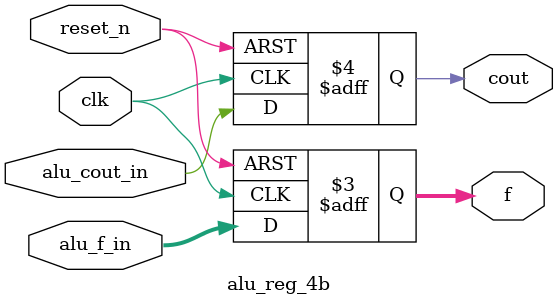
<source format=v>

module alu_reg_4b(
    input wire clk,
    input wire reset_n,           // Active-low asynchronous reset
    input wire [3:0] alu_f_in,    // Combinational ALU result input
    input wire alu_cout_in,        // Combinational ALU carry input
    output reg [3:0] f,            // Registered result output
    output reg cout                // Registered carry output
);

    // Sequential logic with asynchronous reset
    always @(posedge clk or negedge reset_n) begin
        if (!reset_n) begin
            // Asynchronous reset: use blocking assignments for immediate effect
            f = 4'b0000;
            cout = 1'b0;
        end else begin
            // Normal operation: use non-blocking assignments for proper register behavior
            f <= alu_f_in;
            cout <= alu_cout_in;
        end
    end

endmodule

</source>
